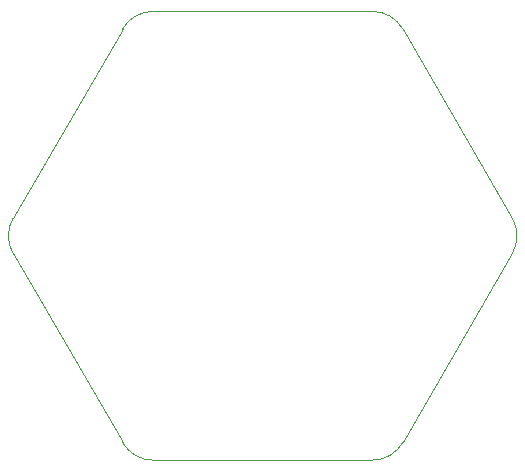
<source format=gbr>
%TF.GenerationSoftware,KiCad,Pcbnew,(7.0.0)*%
%TF.CreationDate,2023-12-11T14:41:33-05:00*%
%TF.ProjectId,stm32-accel-breakout,73746d33-322d-4616-9363-656c2d627265,rev?*%
%TF.SameCoordinates,Original*%
%TF.FileFunction,Profile,NP*%
%FSLAX46Y46*%
G04 Gerber Fmt 4.6, Leading zero omitted, Abs format (unit mm)*
G04 Created by KiCad (PCBNEW (7.0.0)) date 2023-12-11 14:41:33*
%MOMM*%
%LPD*%
G01*
G04 APERTURE LIST*
%TA.AperFunction,Profile*%
%ADD10C,0.100000*%
%TD*%
G04 APERTURE END LIST*
D10*
X161693836Y-82774942D02*
X170956994Y-98774942D01*
X140556873Y-81278051D02*
X159097557Y-81278051D01*
X128697436Y-98774942D02*
X137960594Y-82774942D01*
X159097557Y-119278051D02*
X140556873Y-119278051D01*
X161693857Y-82774930D02*
G75*
G03*
X159097557Y-81278051I-2596357J-1503270D01*
G01*
X137960594Y-117781160D02*
X128697436Y-101781160D01*
X159097557Y-119278088D02*
G75*
G03*
X161693836Y-117781160I43J2999888D01*
G01*
X170956994Y-101781160D02*
X161693836Y-117781160D01*
X140556873Y-81278089D02*
G75*
G03*
X137960594Y-82774942I-73J-2999911D01*
G01*
X170957036Y-101781184D02*
G75*
G03*
X170956993Y-98774942I-2596336J1503084D01*
G01*
X137960624Y-117781143D02*
G75*
G03*
X140556873Y-119278051I2596376J1503243D01*
G01*
X128697435Y-98774942D02*
G75*
G03*
X128697436Y-101781160I2596285J-1503108D01*
G01*
M02*

</source>
